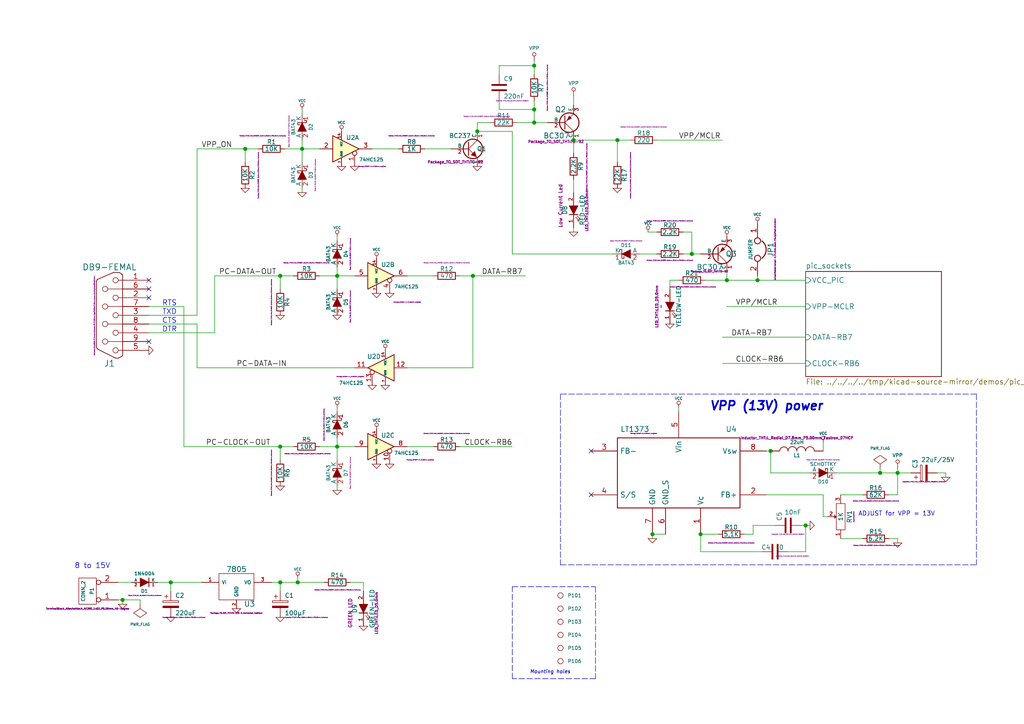
<source format=kicad_sch>
(kicad_sch (version 20230121) (generator eeschema)
  (paper "A4")
  (title_block (title "JDM - COM84 PIC Programmer with 13V DC/DC converter") (date "05 jan 2014") (rev "2") (company "KiCad"))
  (lib_symbols
    (symbol "pic_programmer_schlib:74LS125" (pin_names (offset 0.254))
      (property "Reference" "U" (at 5.08 3.81 0))
      (property "Value" "74LS125" (at 7.62 -2.54 0))
      (symbol "74LS125_0_0"
        (pin power_in line (at -1.27 5.08 270) (length 2.54) (name "VCC") (number "14"))
        (pin power_in line (at -1.27 -5.08 90) (length 2.54) (name "GND") (number "7"))
      )
      (symbol "74LS125_1_0"
        (pin input inverted (at 2.54 -5.08 90) (length 4.445) (name "~") (number "1"))
        (pin input line (at -7.62 0 0) (length 3.81) (name "~") (number "2"))
        (pin tri_state line (at 7.62 0 180) (length 3.81) (name "~") (number "3"))
      )
      (symbol "74LS125_2_0"
        (pin input inverted (at 2.54 -5.08 90) (length 4.445) (name "~") (number "4"))
        (pin input line (at -7.62 0 0) (length 3.81) (name "~") (number "5"))
        (pin tri_state line (at 7.62 0 180) (length 3.81) (name "~") (number "6"))
      )
      (symbol "74LS125_3_0"
        (pin input inverted (at 2.54 -5.08 90) (length 4.445) (name "~") (number "10"))
        (pin tri_state line (at 7.62 0 180) (length 3.81) (name "~") (number "8"))
        (pin input line (at -7.62 0 0) (length 3.81) (name "~") (number "9"))
      )
      (symbol "74LS125_4_0"
        (pin tri_state line (at 7.62 0 180) (length 3.81) (name "~") (number "11"))
        (pin input line (at -7.62 0 0) (length 3.81) (name "~") (number "12"))
        (pin input inverted (at 2.54 -5.08 90) (length 4.445) (name "~") (number "13"))
      )
    )
    (symbol "pic_programmer_schlib:7805" (pin_names (offset 0.762))
      (property "Reference" "U" (at 3.81 -4.9784 0))
      (property "Value" "7805" (at 0 5.08 0))
      (symbol "7805_1_1"
        (pin input line (at -10.16 1.27 0) (length 5.08) (name "VI") (number "1"))
        (pin input line (at 0 -6.35 90) (length 2.54) (name "GND") (number "2"))
        (pin power_out line (at 10.16 1.27 180) (length 5.08) (name "VO") (number "3"))
      )
    )
    (symbol "pic_programmer_schlib:BC237" (pin_names (offset 0))
      (property "Reference" "Q" (at 0 -3.81 0))
      (property "Value" "BC237" (at 0 3.81 0))
      (property "Footprint" "Package_TO_SOT_THT:TO-92" (at -2.54 -5.08 0))
      (symbol "BC237_1_1"
        (pin passive line (at 2.54 5.08 270) (length 2.54) (name "C") (number "1"))
        (pin input line (at -5.08 0 0) (length 5.08) (name "B") (number "2"))
        (pin passive line (at 2.54 -5.08 90) (length 2.54) (name "E") (number "3"))
      )
    )
    (symbol "pic_programmer_schlib:BC307" (pin_names (offset 0))
      (property "Reference" "Q" (at -1.27 -3.81 0))
      (property "Value" "BC307" (at 0 3.81 0))
      (property "Footprint" "Package_TO_SOT_THT:TO-92" (at -2.54 -5.08 0))
      (symbol "BC307_1_1"
        (pin passive line (at 2.54 5.08 270) (length 2.54) (name "C") (number "1"))
        (pin input line (at -5.08 0 0) (length 5.08) (name "B") (number "2"))
        (pin passive line (at 2.54 -5.08 90) (length 2.54) (name "E") (number "3"))
      )
    )
    (symbol "pic_programmer_schlib:C" (pin_numbers hide) (pin_names (offset 0.254))
      (property "Reference" "C" (at 0.635 2.54 0))
      (property "Value" "C" (at 0.635 -2.54 0))
      (symbol "C_1_1"
        (pin passive line (at 0 3.81 270) (length 2.794) (name "~") (number "1"))
        (pin passive line (at 0 -3.81 90) (length 2.794) (name "~") (number "2"))
      )
    )
    (symbol "pic_programmer_schlib:CONN_2" (pin_names (offset 1.016) hide)
      (property "Reference" "P" (at -1.27 0 90))
      (property "Value" "CONN_2" (at 1.27 0 90))
      (symbol "CONN_2_1_1"
        (pin passive inverted (at -8.89 2.54 0) (length 6.35) (name "P1") (number "1"))
        (pin passive inverted (at -8.89 -2.54 0) (length 6.35) (name "PM") (number "2"))
      )
    )
    (symbol "pic_programmer_schlib:CP" (pin_numbers hide) (pin_names (offset 0.254))
      (property "Reference" "C" (at 0.635 2.54 0))
      (property "Value" "CP" (at 0.635 -2.54 0))
      (symbol "CP_1_1"
        (pin passive line (at 0 3.81 270) (length 2.794) (name "~") (number "1"))
        (pin passive line (at 0 -3.81 90) (length 2.794) (name "~") (number "2"))
      )
    )
    (symbol "pic_programmer_schlib:CP_1" (pin_numbers hide) (pin_names (offset 0.254))
      (property "Reference" "C" (at 0.635 2.54 0))
      (property "Value" "CP" (at 0.635 -2.54 0))
      (symbol "CP_1_1_1"
        (pin passive line (at 0 3.81 270) (length 2.794) (name "~") (number "1"))
        (pin passive line (at 0 -3.81 90) (length 2.794) (name "~") (number "2"))
      )
    )
    (symbol "pic_programmer_schlib:CP_2" (pin_numbers hide) (pin_names (offset 0.254))
      (property "Reference" "C" (at 0.635 2.54 0))
      (property "Value" "CP" (at 0.635 -2.54 0))
      (symbol "CP_2_1_1"
        (pin passive line (at 0 3.81 270) (length 2.794) (name "~") (number "1"))
        (pin passive line (at 0 -3.81 90) (length 2.794) (name "~") (number "2"))
      )
    )
    (symbol "pic_programmer_schlib:D" (pin_names (offset 0))
      (property "Reference" "D" (at 0 2.54 0))
      (property "Value" "D" (at 0 -2.54 0))
      (symbol "D_1_1"
        (pin passive line (at -3.81 0 0) (length 2.54) (name "K") (number "1"))
        (pin passive line (at 3.81 0 180) (length 2.54) (name "A") (number "2"))
      )
    )
    (symbol "pic_programmer_schlib:DB9" (pin_names (offset 1.016) hide)
      (property "Reference" "J" (at 0 13.97 0))
      (property "Value" "DB9" (at 0 -13.97 0))
      (symbol "DB9_1_1"
        (pin passive line (at -11.43 -10.16 0) (length 7.62) (name "1") (number "1"))
        (pin passive line (at -11.43 -5.08 0) (length 7.62) (name "2") (number "2"))
        (pin passive line (at -11.43 0 0) (length 7.62) (name "3") (number "3"))
        (pin passive line (at -11.43 5.08 0) (length 7.62) (name "4") (number "4"))
        (pin passive line (at -11.43 10.16 0) (length 7.62) (name "5") (number "5"))
        (pin passive line (at -11.43 -7.62 0) (length 7.62) (name "P6") (number "6"))
        (pin passive line (at -11.43 -2.54 0) (length 7.62) (name "P7") (number "7"))
        (pin passive line (at -11.43 2.54 0) (length 7.62) (name "P8") (number "8"))
        (pin passive line (at -11.43 7.62 0) (length 7.62) (name "P9") (number "9"))
      )
    )
    (symbol "pic_programmer_schlib:D_Schottky" (pin_names (offset 0))
      (property "Reference" "D" (at 0 2.54 0))
      (property "Value" "D_Schottky" (at 0 -2.54 0))
      (symbol "D_Schottky_1_1"
        (pin passive line (at -3.81 0 0) (length 2.54) (name "K") (number "1"))
        (pin passive line (at 3.81 0 180) (length 2.54) (name "A") (number "2"))
      )
    )
    (symbol "pic_programmer_schlib:GND" (power) (pin_names (offset 0))
      (symbol "GND_1_1"
        (pin power_in line (at 0 0 90) (length 0) hide (name "GND") (number "1"))
      )
    )
    (symbol "pic_programmer_schlib:INDUCTOR" (pin_numbers hide) (pin_names (offset 1.016) hide)
      (property "Reference" "L" (at -1.27 0 90))
      (property "Value" "INDUCTOR" (at 2.54 0 90))
      (symbol "INDUCTOR_1_1"
        (pin passive line (at 0 7.62 270) (length 2.54) (name "1") (number "1"))
        (pin passive line (at 0 -7.62 90) (length 2.54) (name "2") (number "2"))
      )
    )
    (symbol "pic_programmer_schlib:JUMPER" (pin_names (offset 0.762) hide)
      (property "Reference" "JP" (at 0 3.81 0))
      (property "Value" "JUMPER" (at 0 -2.032 0))
      (symbol "JUMPER_0_1"
        (pin passive line (at -7.62 0 0) (length 4.191) (name "1") (number "1"))
        (pin passive line (at 7.62 0 180) (length 4.191) (name "2") (number "2"))
      )
    )
    (symbol "pic_programmer_schlib:LED" (pin_names (offset 1.016) hide)
      (property "Reference" "D" (at 0 2.54 0))
      (property "Value" "LED" (at 0 -2.54 0))
      (symbol "LED_1_1"
        (pin passive line (at -5.08 0 0) (length 3.81) (name "K") (number "1"))
        (pin passive line (at 5.08 0 180) (length 3.81) (name "A") (number "2"))
      )
    )
    (symbol "pic_programmer_schlib:LED_1" (pin_names (offset 1.016) hide)
      (property "Reference" "D" (at 0 2.54 0))
      (property "Value" "LED" (at 0 -2.54 0))
      (symbol "LED_1_1_1"
        (pin passive line (at -5.08 0 0) (length 3.81) (name "K") (number "1"))
        (pin passive line (at 5.08 0 180) (length 3.81) (name "A") (number "2"))
      )
    )
    (symbol "pic_programmer_schlib:LED_2" (pin_names (offset 1.016) hide)
      (property "Reference" "D" (at 0 2.54 0))
      (property "Value" "LED" (at 0 -2.54 0))
      (symbol "LED_2_1_1"
        (pin passive line (at -5.08 0 0) (length 3.81) (name "K") (number "1"))
        (pin passive line (at 5.08 0 180) (length 3.81) (name "A") (number "2"))
      )
    )
    (symbol "pic_programmer_schlib:LT1373" (pin_names (offset 0.762))
      (property "Reference" "U" (at 15.24 12.7 0))
      (property "Value" "LT1373" (at -12.7 12.7 0))
      (symbol "LT1373_1_1"
        (pin input line (at 6.35 -17.78 90) (length 7.62) (name "Vc") (number "1"))
        (pin input line (at 25.4 -6.35 180) (length 7.62) (name "FB+") (number "2"))
        (pin passive line (at -25.4 6.35 0) (length 7.62) (name "FB-") (number "3"))
        (pin passive line (at -25.4 -6.35 0) (length 7.62) (name "S/S") (number "4"))
        (pin power_in line (at 0 17.78 270) (length 7.62) (name "Vin") (number "5"))
        (pin input line (at -3.81 -17.78 90) (length 7.62) (name "GND_S") (number "6"))
        (pin input line (at -7.62 -17.78 90) (length 7.62) (name "GND") (number "7"))
        (pin input line (at 25.4 6.35 180) (length 7.62) (name "Vsw") (number "8"))
      )
    )
    (symbol "pic_programmer_schlib:MOUNTING_HOLE" (pin_numbers hide) (pin_names (offset 0.762) hide)
      (property "Reference" "P" (at 2.032 0 0))
    )
    (symbol "pic_programmer_schlib:POT" (pin_names (offset 1.016) hide)
      (property "Reference" "RV" (at 0 -2.54 0))
      (property "Value" "POT" (at 0 0 0))
      (symbol "POT_1_1"
        (pin passive line (at -6.35 0 0) (length 2.54) (name "1") (number "1"))
        (pin passive line (at 0 3.81 270) (length 2.032) (name "2") (number "2"))
        (pin passive line (at 6.35 0 180) (length 2.54) (name "3") (number "3"))
      )
    )
    (symbol "pic_programmer_schlib:PWR_FLAG" (power) (pin_numbers hide) (pin_names (offset 0) hide)
      (property "Value" "PWR_FLAG" (at 0 4.572 0))
      (symbol "PWR_FLAG_0_0"
        (pin power_out line (at 0 0 90) (length 0) (name "pwr") (number "1"))
      )
    )
    (symbol "pic_programmer_schlib:R" (pin_numbers hide) (pin_names (offset 0))
      (property "Reference" "R" (at 2.032 0 90))
      (property "Value" "R" (at 0 0 90))
      (symbol "R_1_1"
        (pin passive line (at 0 3.81 270) (length 1.27) (name "~") (number "1"))
        (pin passive line (at 0 -3.81 90) (length 1.27) (name "~") (number "2"))
      )
    )
    (symbol "pic_programmer_schlib:VCC" (power) (pin_names (offset 0))
      (property "Value" "VCC" (at 0 2.54 0))
      (symbol "VCC_0_0"
        (pin power_in line (at 0 0 90) (length 0) hide (name "VCC") (number "1"))
      )
    )
    (symbol "pic_programmer_schlib:VPP" (pin_names (offset 0))
      (property "Value" "VPP" (at 0 3.81 0))
      (symbol "VPP_0_0"
        (pin power_in line (at 0 0 90) (length 0) hide (name "VPP") (number "1"))
      )
    )
  )
  (junction (at 154.94 19.05) (diameter 1.016))
  (junction (at 189.23 154.94) (diameter 1.016))
  (junction (at 97.79 80.01) (diameter 1.016))
  (junction (at 223.52 130.81) (diameter 1.016))
  (junction (at 166.37 40.64) (diameter 1.016))
  (junction (at 179.07 40.64) (diameter 1.016))
  (junction (at 86.36 168.91) (diameter 1.016))
  (junction (at 97.79 129.54) (diameter 1.016))
  (junction (at 154.94 31.75) (diameter 1.016))
  (junction (at 137.16 80.01) (diameter 1.016))
  (junction (at 200.66 73.66) (diameter 1.016))
  (junction (at 233.68 152.4) (diameter 1.016))
  (junction (at 203.2 154.94) (diameter 1.016))
  (junction (at 154.94 35.56) (diameter 1.016))
  (junction (at 49.53 168.91) (diameter 1.016))
  (junction (at 219.71 81.28) (diameter 1.016))
  (junction (at 81.28 168.91) (diameter 1.016))
  (junction (at 260.35 137.16) (diameter 1.016))
  (junction (at 71.12 43.18) (diameter 1.016))
  (junction (at 81.28 80.01) (diameter 1.016))
  (junction (at 81.28 129.54) (diameter 1.016))
  (junction (at 35.56 173.99) (diameter 1.016))
  (junction (at 138.43 38.1) (diameter 1.016))
  (junction (at 87.63 43.18) (diameter 1.016))
  (junction (at 210.82 81.28) (diameter 1.016))
  (junction (at 255.27 137.16) (diameter 1.016))
  (no_connect (at 171.45 130.81))
  (no_connect (at 43.18 81.28))
  (no_connect (at 43.18 86.36))
  (no_connect (at 43.18 99.06))
  (no_connect (at 43.18 83.82))
  (no_connect (at 171.45 143.51))
  (wire (pts (xy 87.63 43.18) (xy 87.63 46.99)))
  (wire (pts (xy 97.79 129.54) (xy 102.87 129.54)))
  (wire (pts (xy 102.87 106.68) (xy 57.15 106.68)))
  (wire (pts (xy 250.19 156.21) (xy 243.84 156.21)))
  (wire (pts (xy 105.41 168.91) (xy 101.6 168.91)))
  (wire (pts (xy 57.15 106.68) (xy 57.15 93.98)))
  (wire (pts (xy 250.19 143.51) (xy 243.84 143.51)))
  (wire (pts (xy 38.1 168.91) (xy 34.29 168.91)))
  (wire (pts (xy 234.95 137.16) (xy 223.52 137.16)))
  (polyline (pts (xy 172.72 170.18) (xy 172.72 196.85)) (stroke (width 0) (type dash)))
  (wire (pts (xy 166.37 66.04) (xy 166.37 67.31)))
  (wire (pts (xy 133.35 80.01) (xy 137.16 80.01)))
  (wire (pts (xy 260.35 137.16) (xy 260.35 143.51)))
  (wire (pts (xy 208.28 154.94) (xy 203.2 154.94)))
  (wire (pts (xy 138.43 35.56) (xy 142.24 35.56)))
  (wire (pts (xy 255.27 137.16) (xy 260.35 137.16)))
  (wire (pts (xy 260.35 156.21) (xy 260.35 157.48)))
  (wire (pts (xy 200.66 73.66) (xy 200.66 67.31)))
  (wire (pts (xy 92.71 129.54) (xy 97.79 129.54)))
  (wire (pts (xy 200.66 67.31) (xy 198.12 67.31)))
  (wire (pts (xy 130.81 43.18) (xy 123.19 43.18)))
  (wire (pts (xy 97.79 68.58) (xy 97.79 69.85)))
  (wire (pts (xy 86.36 168.91) (xy 86.36 167.64)))
  (wire (pts (xy 35.56 173.99) (xy 40.64 173.99)))
  (wire (pts (xy 274.32 137.16) (xy 274.32 138.43)))
  (wire (pts (xy 179.07 46.99) (xy 179.07 40.64)))
  (wire (pts (xy 232.41 152.4) (xy 233.68 152.4)))
  (wire (pts (xy 271.78 137.16) (xy 274.32 137.16)))
  (wire (pts (xy 189.23 154.94) (xy 193.04 154.94)))
  (wire (pts (xy 198.12 73.66) (xy 200.66 73.66)))
  (wire (pts (xy 43.18 93.98) (xy 57.15 93.98)))
  (wire (pts (xy 138.43 35.56) (xy 138.43 38.1)))
  (wire (pts (xy 144.78 19.05) (xy 154.94 19.05)))
  (wire (pts (xy 57.15 91.44) (xy 43.18 91.44)))
  (polyline (pts (xy 148.59 170.18) (xy 172.72 170.18)) (stroke (width 0) (type dash)))
  (wire (pts (xy 233.68 152.4) (xy 234.95 152.4)))
  (polyline (pts (xy 162.56 114.3) (xy 162.56 163.83)) (stroke (width 0) (type dash)))
  (wire (pts (xy 81.28 80.01) (xy 85.09 80.01)))
  (wire (pts (xy 138.43 38.1) (xy 148.59 38.1)))
  (wire (pts (xy 148.59 73.66) (xy 177.8 73.66)))
  (wire (pts (xy 35.56 175.26) (xy 35.56 173.99)))
  (wire (pts (xy 137.16 80.01) (xy 152.4 80.01)))
  (wire (pts (xy 81.28 168.91) (xy 86.36 168.91)))
  (wire (pts (xy 238.76 149.86) (xy 238.76 143.51)))
  (polyline (pts (xy 283.21 114.3) (xy 162.56 114.3)) (stroke (width 0) (type dash)))
  (wire (pts (xy 118.11 80.01) (xy 125.73 80.01)))
  (wire (pts (xy 204.47 81.28) (xy 210.82 81.28)))
  (wire (pts (xy 49.53 171.45) (xy 49.53 168.91)))
  (wire (pts (xy 210.82 81.28) (xy 210.82 78.74)))
  (wire (pts (xy 53.34 129.54) (xy 81.28 129.54)))
  (wire (pts (xy 78.74 168.91) (xy 81.28 168.91)))
  (polyline (pts (xy 172.72 196.85) (xy 148.59 196.85)) (stroke (width 0) (type dash)))
  (wire (pts (xy 190.5 40.64) (xy 209.55 40.64)))
  (wire (pts (xy 154.94 29.21) (xy 154.94 31.75)))
  (wire (pts (xy 148.59 38.1) (xy 148.59 73.66)))
  (wire (pts (xy 210.82 81.28) (xy 219.71 81.28)))
  (wire (pts (xy 87.63 54.61) (xy 87.63 55.88)))
  (wire (pts (xy 187.96 67.31) (xy 190.5 67.31)))
  (wire (pts (xy 240.03 149.86) (xy 238.76 149.86)))
  (wire (pts (xy 194.31 83.82) (xy 194.31 81.28)))
  (wire (pts (xy 189.23 156.21) (xy 189.23 154.94)))
  (wire (pts (xy 115.57 43.18) (xy 107.95 43.18)))
  (wire (pts (xy 238.76 128.27) (xy 238.76 130.81)))
  (wire (pts (xy 34.29 173.99) (xy 35.56 173.99)))
  (wire (pts (xy 228.6 160.02) (xy 233.68 160.02)))
  (wire (pts (xy 71.12 43.18) (xy 74.93 43.18)))
  (wire (pts (xy 260.35 137.16) (xy 264.16 137.16)))
  (wire (pts (xy 203.2 160.02) (xy 220.98 160.02)))
  (wire (pts (xy 166.37 30.48) (xy 166.37 27.94)))
  (wire (pts (xy 86.36 168.91) (xy 93.98 168.91)))
  (wire (pts (xy 219.71 81.28) (xy 233.68 81.28)))
  (wire (pts (xy 97.79 77.47) (xy 97.79 80.01)))
  (wire (pts (xy 57.15 43.18) (xy 71.12 43.18)))
  (wire (pts (xy 260.35 156.21) (xy 257.81 156.21)))
  (polyline (pts (xy 162.56 163.83) (xy 283.21 163.83)) (stroke (width 0) (type dash)))
  (wire (pts (xy 233.68 160.02) (xy 233.68 152.4)))
  (wire (pts (xy 62.23 96.52) (xy 62.23 80.01)))
  (wire (pts (xy 53.34 88.9) (xy 43.18 88.9)))
  (wire (pts (xy 62.23 96.52) (xy 43.18 96.52)))
  (wire (pts (xy 210.82 88.9) (xy 233.68 88.9)))
  (wire (pts (xy 154.94 31.75) (xy 154.94 35.56)))
  (wire (pts (xy 149.86 35.56) (xy 154.94 35.56)))
  (wire (pts (xy 87.63 33.02) (xy 87.63 31.75)))
  (wire (pts (xy 137.16 106.68) (xy 137.16 80.01)))
  (wire (pts (xy 218.44 152.4) (xy 218.44 154.94)))
  (wire (pts (xy 144.78 19.05) (xy 144.78 21.59)))
  (wire (pts (xy 57.15 43.18) (xy 57.15 91.44)))
  (wire (pts (xy 200.66 73.66) (xy 203.2 73.66)))
  (wire (pts (xy 144.78 31.75) (xy 154.94 31.75)))
  (wire (pts (xy 45.72 168.91) (xy 49.53 168.91)))
  (wire (pts (xy 219.71 81.28) (xy 219.71 80.01)))
  (wire (pts (xy 223.52 137.16) (xy 223.52 130.81)))
  (wire (pts (xy 81.28 129.54) (xy 85.09 129.54)))
  (wire (pts (xy 148.59 129.54) (xy 133.35 129.54)))
  (wire (pts (xy 97.79 80.01) (xy 97.79 83.82)))
  (wire (pts (xy 97.79 80.01) (xy 102.87 80.01)))
  (wire (pts (xy 154.94 17.78) (xy 154.94 19.05)))
  (wire (pts (xy 166.37 40.64) (xy 179.07 40.64)))
  (wire (pts (xy 203.2 154.94) (xy 203.2 160.02)))
  (wire (pts (xy 87.63 43.18) (xy 92.71 43.18)))
  (wire (pts (xy 260.35 143.51) (xy 257.81 143.51)))
  (wire (pts (xy 194.31 81.28) (xy 196.85 81.28)))
  (wire (pts (xy 166.37 40.64) (xy 166.37 44.45)))
  (wire (pts (xy 179.07 40.64) (xy 182.88 40.64)))
  (polyline (pts (xy 283.21 114.3) (xy 283.21 163.83)) (stroke (width 0) (type dash)))
  (wire (pts (xy 105.41 171.45) (xy 105.41 168.91)))
  (wire (pts (xy 81.28 133.35) (xy 81.28 129.54)))
  (wire (pts (xy 260.35 135.89) (xy 260.35 137.16)))
  (wire (pts (xy 53.34 129.54) (xy 53.34 88.9)))
  (wire (pts (xy 81.28 83.82) (xy 81.28 80.01)))
  (wire (pts (xy 154.94 35.56) (xy 158.75 35.56)))
  (wire (pts (xy 62.23 80.01) (xy 81.28 80.01)))
  (wire (pts (xy 87.63 40.64) (xy 87.63 43.18)))
  (wire (pts (xy 190.5 73.66) (xy 185.42 73.66)))
  (wire (pts (xy 81.28 168.91) (xy 81.28 171.45)))
  (wire (pts (xy 224.79 152.4) (xy 218.44 152.4)))
  (wire (pts (xy 255.27 135.89) (xy 255.27 137.16)))
  (wire (pts (xy 97.79 142.24) (xy 97.79 140.97)))
  (wire (pts (xy 233.68 97.79) (xy 209.55 97.79)))
  (wire (pts (xy 144.78 29.21) (xy 144.78 31.75)))
  (wire (pts (xy 118.11 106.68) (xy 137.16 106.68)))
  (wire (pts (xy 92.71 80.01) (xy 97.79 80.01)))
  (wire (pts (xy 82.55 43.18) (xy 87.63 43.18)))
  (wire (pts (xy 218.44 154.94) (xy 215.9 154.94)))
  (wire (pts (xy 166.37 52.07) (xy 166.37 55.88)))
  (wire (pts (xy 40.64 173.99) (xy 40.64 175.26)))
  (wire (pts (xy 125.73 129.54) (xy 118.11 129.54)))
  (wire (pts (xy 97.79 119.38) (xy 97.79 118.11)))
  (wire (pts (xy 97.79 129.54) (xy 97.79 133.35)))
  (wire (pts (xy 97.79 127) (xy 97.79 129.54)))
  (wire (pts (xy 196.85 119.38) (xy 196.85 118.11)))
  (wire (pts (xy 233.68 105.41) (xy 209.55 105.41)))
  (wire (pts (xy 242.57 137.16) (xy 255.27 137.16)))
  (wire (pts (xy 154.94 19.05) (xy 154.94 21.59)))
  (wire (pts (xy 223.52 130.81) (xy 222.25 130.81)))
  (wire (pts (xy 49.53 168.91) (xy 58.42 168.91)))
  (polyline (pts (xy 148.59 196.85) (xy 148.59 170.18)) (stroke (width 0) (type dash)))
  (wire (pts (xy 71.12 46.99) (xy 71.12 43.18)))
  (wire (pts (xy 238.76 143.51) (xy 222.25 143.51)))
  (text "ADJUST for VPP = 13V" (at 248.92 149.86 0) (effects (font (size 1.27 1.27)) (justify left bottom)))
  (text "8 to 15V" (at 21.59 165.1 0) (effects (font (size 1.524 1.524)) (justify left bottom)))
  (text "VPP (13V) power" (at 205.74 119.38 0) (effects (font (size 2.54 2.54) (thickness 0.508) bold italic) (justify left bottom)))
  (text "RTS" (at 46.99 88.9 0) (effects (font (size 1.524 1.524)) (justify left bottom)))
  (text "TXD" (at 46.99 91.44 0) (effects (font (size 1.524 1.524)) (justify left bottom)))
  (text "CTS" (at 46.99 93.98 0) (effects (font (size 1.524 1.524)) (justify left bottom)))
  (text "DTR" (at 46.99 96.52 0) (effects (font (size 1.524 1.524)) (justify left bottom)))
  (text "Mounting holes" (at 153.67 195.58 0) (effects (font (size 1.016 1.016) italic) (justify left bottom)))
  (label "DATA-RB7" (at 139.7 80.01 0) (effects (font (size 1.524 1.524))))
  (label "CLOCK-RB6" (at 134.62 129.54 0) (effects (font (size 1.524 1.524))))
  (label "PC-DATA-IN" (at 68.58 106.68 0) (effects (font (size 1.524 1.524))))
  (label "CLOCK-RB6" (at 213.36 105.41 0) (effects (font (size 1.524 1.524))))
  (label "PC-DATA-OUT" (at 63.5 80.01 0) (effects (font (size 1.524 1.524))))
  (label "VPP/MCLR" (at 196.85 40.64 0) (effects (font (size 1.524 1.524))))
  (label "VPP_ON" (at 58.42 43.18 0) (effects (font (size 1.524 1.524))))
  (label "PC-CLOCK-OUT" (at 59.69 129.54 0) (effects (font (size 1.524 1.524))))
  (label "VPP/MCLR" (at 213.36 88.9 0) (effects (font (size 1.524 1.524))))
  (label "DATA-RB7" (at 212.09 97.79 0) (effects (font (size 1.524 1.524))))
  (symbol (lib_id "pic_programmer_schlib:DB9") (at 31.75 91.44 180) (unit 1)
    (property "Reference" "J1" (at 31.75 105.41 0) (effects (font (size 1.778 1.778))))
    (property "Value" "DB9-FEMAL" (at 31.75 77.47 0) (effects (font (size 1.778 1.778))))
    (property "Footprint" "Connector_Dsub:DSUB-9_Female_Horizontal_P2.77x2.84mm_EdgePinOffset7.70mm_Housed_MountingHolesOffset9.12mm" (at 27.3812 91.5416 90) (effects (font (size 0.254 0.254))))
  )
  (symbol (lib_id "pic_programmer_schlib:74LS125") (at 100.33 43.18 0) (unit 1)
    (property "Reference" "U2" (at 100.33 40.64 0) (effects (justify left bottom)))
    (property "Value" "74HC125" (at 104.14 45.72 0) (effects (font (size 1.016 1.016)) (justify left top)))
    (property "Footprint" "Package_DIP:DIP-14_W7.62mm_LongPads" (at 107.95 48.26 0) (effects (font (size 0.254 0.254))))
  )
  (symbol (lib_id "pic_programmer_schlib:R") (at 78.74 43.18 90) (unit 1)
    (property "Reference" "R1" (at 78.74 41.148 90))
    (property "Value" "10K" (at 78.74 43.18 90))
    (property "Footprint" "Resistor_THT:R_Axial_DIN0207_L6.3mm_D2.5mm_P10.16mm_Horizontal" (at 76.2 39.37 90) (effects (font (size 0.254 0.254))))
  )
  (symbol (lib_id "pic_programmer_schlib:R") (at 71.12 50.8 0) (unit 1)
    (property "Reference" "R2" (at 73.152 50.8 90))
    (property "Value" "10K" (at 71.12 50.8 90))
    (property "Footprint" "Resistor_THT:R_Axial_DIN0207_L6.3mm_D2.5mm_P10.16mm_Horizontal" (at 74.93 50.8 90) (effects (font (size 0.254 0.254))))
  )
  (symbol (lib_id "pic_programmer_schlib:D_Schottky") (at 87.63 36.83 270) (unit 1)
    (property "Reference" "D2" (at 90.17 36.83 0) (effects (font (size 1.016 1.016))))
    (property "Value" "BAT43" (at 85.09 36.83 0) (effects (font (size 1.016 1.016))))
    (property "Footprint" "Diode_THT:D_DO-35_SOD27_P7.62mm_Horizontal" (at 83.82 38.1 0) (effects (font (size 0.254 0.254))))
  )
  (symbol (lib_id "pic_programmer_schlib:D_Schottky") (at 87.63 50.8 270) (unit 1)
    (property "Reference" "D3" (at 90.17 50.8 0) (effects (font (size 1.016 1.016))))
    (property "Value" "BAT43" (at 85.09 50.8 0) (effects (font (size 1.016 1.016))))
    (property "Footprint" "Diode_THT:D_DO-35_SOD27_P7.62mm_Horizontal" (at 91.44 50.8 0) (effects (font (size 0.254 0.254))))
  )
  (symbol (lib_id "pic_programmer_schlib:GND") (at 102.87 48.26 0) (unit 1)
    (property "Reference" "#PWR035" (effects hide))
    (property "Value" "GND" (effects hide))
  )
  (symbol (lib_id "pic_programmer_schlib:GND") (at 87.63 55.88 0) (unit 1)
    (property "Reference" "#PWR034" (effects hide))
    (property "Value" "GND" (effects hide))
  )
  (symbol (lib_id "pic_programmer_schlib:VCC") (at 87.63 31.75 0) (unit 1)
    (property "Reference" "#PWR033" (effects hide))
    (property "Value" "VCC" (at 87.63 29.21 0) (effects (font (size 0.762 0.762))))
  )
  (symbol (lib_id "pic_programmer_schlib:74LS125") (at 110.49 80.01 0) (unit 2)
    (property "Reference" "U2" (at 110.49 77.47 0) (effects (justify left bottom)))
    (property "Value" "74HC125" (at 114.3 82.55 0) (effects (font (size 1.016 1.016)) (justify left top)))
    (property "Footprint" "Package_DIP:DIP-14_W7.62mm_LongPads" (at 118.11 87.63 0) (effects (font (size 0.254 0.254))))
  )
  (symbol (lib_id "pic_programmer_schlib:R") (at 88.9 80.01 90) (unit 1)
    (property "Reference" "R3" (at 88.9 77.978 90))
    (property "Value" "10K" (at 88.9 80.01 90))
    (property "Footprint" "Resistor_THT:R_Axial_DIN0207_L6.3mm_D2.5mm_P10.16mm_Horizontal" (at 88.9 76.2 90) (effects (font (size 0.254 0.254))))
  )
  (symbol (lib_id "pic_programmer_schlib:R") (at 81.28 87.63 0) (unit 1)
    (property "Reference" "R4" (at 83.312 87.63 90))
    (property "Value" "10K" (at 81.28 87.63 90))
    (property "Footprint" "Resistor_THT:R_Axial_DIN0207_L6.3mm_D2.5mm_P10.16mm_Horizontal" (at 78.74 87.63 90) (effects (font (size 0.254 0.254))))
  )
  (symbol (lib_id "pic_programmer_schlib:D_Schottky") (at 97.79 73.66 270) (unit 1)
    (property "Reference" "D4" (at 100.33 73.66 0) (effects (font (size 1.016 1.016))))
    (property "Value" "BAT43" (at 95.25 73.66 0) (effects (font (size 1.016 1.016))))
    (property "Footprint" "Diode_THT:D_DO-35_SOD27_P7.62mm_Horizontal" (at 101.6 73.66 0) (effects (font (size 0.254 0.254))))
  )
  (symbol (lib_id "pic_programmer_schlib:D_Schottky") (at 97.79 87.63 270) (unit 1)
    (property "Reference" "D5" (at 100.33 87.63 0) (effects (font (size 1.016 1.016))))
    (property "Value" "BAT43" (at 95.25 87.63 0) (effects (font (size 1.016 1.016))))
    (property "Footprint" "Diode_THT:D_DO-35_SOD27_P7.62mm_Horizontal" (at 101.6 88.9 0) (effects (font (size 0.254 0.254))))
  )
  (symbol (lib_id "pic_programmer_schlib:GND") (at 113.03 85.09 0) (unit 1)
    (property "Reference" "#PWR032" (effects hide))
    (property "Value" "GND" (effects hide))
  )
  (symbol (lib_id "pic_programmer_schlib:GND") (at 97.79 91.44 0) (unit 1)
    (property "Reference" "#PWR031" (effects hide))
    (property "Value" "GND" (effects hide))
  )
  (symbol (lib_id "pic_programmer_schlib:VCC") (at 97.79 68.58 0) (unit 1)
    (property "Reference" "#PWR030" (effects hide))
    (property "Value" "VCC" (at 97.79 66.04 0) (effects (font (size 0.762 0.762))))
  )
  (symbol (lib_id "pic_programmer_schlib:74LS125") (at 110.49 129.54 0) (unit 3)
    (property "Reference" "U2" (at 110.49 127 0) (effects (justify left bottom)))
    (property "Value" "74HC125" (at 114.3 130.81 0) (effects (font (size 1.016 1.016)) (justify left top)))
    (property "Footprint" "Package_DIP:DIP-14_W7.62mm_LongPads" (at 121.92 133.35 0) (effects (font (size 0.254 0.254))))
  )
  (symbol (lib_id "pic_programmer_schlib:R") (at 88.9 129.54 90) (unit 1)
    (property "Reference" "R5" (at 88.9 127.508 90))
    (property "Value" "10K" (at 88.9 129.54 90))
    (property "Footprint" "Resistor_THT:R_Axial_DIN0207_L6.3mm_D2.5mm_P10.16mm_Horizontal" (at 89.2048 131.572 90) (effects (font (size 0.254 0.254))))
  )
  (symbol (lib_id "pic_programmer_schlib:R") (at 81.28 137.16 0) (unit 1)
    (property "Reference" "R6" (at 83.312 137.16 90))
    (property "Value" "10K" (at 81.28 137.16 90))
    (property "Footprint" "Resistor_THT:R_Axial_DIN0207_L6.3mm_D2.5mm_P10.16mm_Horizontal" (at 78.74 137.16 90) (effects (font (size 0.254 0.254))))
  )
  (symbol (lib_id "pic_programmer_schlib:D_Schottky") (at 97.79 123.19 270) (unit 1)
    (property "Reference" "D6" (at 100.33 123.19 0) (effects (font (size 1.016 1.016))))
    (property "Value" "BAT43" (at 95.25 123.19 0) (effects (font (size 1.016 1.016))))
    (property "Footprint" "Diode_THT:D_DO-35_SOD27_P7.62mm_Horizontal" (at 93.98 123.19 0) (effects (font (size 0.254 0.254))))
  )
  (symbol (lib_id "pic_programmer_schlib:D_Schottky") (at 97.79 137.16 270) (unit 1)
    (property "Reference" "D7" (at 100.33 137.16 0) (effects (font (size 1.016 1.016))))
    (property "Value" "BAT43" (at 95.25 137.16 0) (effects (font (size 1.016 1.016))))
    (property "Footprint" "Diode_THT:D_DO-35_SOD27_P7.62mm_Horizontal" (at 101.6 137.16 0) (effects (font (size 0.254 0.254))))
  )
  (symbol (lib_id "pic_programmer_schlib:GND") (at 113.03 134.62 0) (unit 1)
    (property "Reference" "#PWR029" (effects hide))
    (property "Value" "GND" (effects hide))
  )
  (symbol (lib_id "pic_programmer_schlib:GND") (at 97.79 142.24 0) (unit 1)
    (property "Reference" "#PWR028" (effects hide))
    (property "Value" "GND" (effects hide))
  )
  (symbol (lib_id "pic_programmer_schlib:VCC") (at 97.79 118.11 0) (unit 1)
    (property "Reference" "#PWR027" (effects hide))
    (property "Value" "VCC" (at 97.79 115.57 0) (effects (font (size 0.762 0.762))))
  )
  (symbol (lib_id "pic_programmer_schlib:74LS125") (at 110.49 106.68 0) (mirror y) (unit 4)
    (property "Reference" "U2" (at 110.49 104.14 0) (effects (justify left bottom)))
    (property "Value" "74HC125" (at 105.41 110.49 0) (effects (font (size 1.016 1.016)) (justify left top)))
    (property "Footprint" "Package_DIP:DIP-14_W7.62mm_LongPads" (at 101.6 109.22 0) (effects (font (size 0.254 0.254))))
  )
  (symbol (lib_id "pic_programmer_schlib:GND") (at 107.95 111.76 0) (unit 1)
    (property "Reference" "#PWR026" (effects hide))
    (property "Value" "GND" (effects hide))
  )
  (symbol (lib_id "pic_programmer_schlib:R") (at 129.54 80.01 90) (unit 1)
    (property "Reference" "R12" (at 129.54 77.978 90))
    (property "Value" "470" (at 129.54 80.01 90))
    (property "Footprint" "Resistor_THT:R_Axial_DIN0207_L6.3mm_D2.5mm_P10.16mm_Horizontal" (at 129.54 76.2 90) (effects (font (size 0.254 0.254))))
  )
  (symbol (lib_id "pic_programmer_schlib:R") (at 129.54 129.54 90) (unit 1)
    (property "Reference" "R13" (at 129.54 127.508 90))
    (property "Value" "470" (at 129.54 129.54 90))
    (property "Footprint" "Resistor_THT:R_Axial_DIN0207_L6.3mm_D2.5mm_P10.16mm_Horizontal" (at 129.54 125.73 90) (effects (font (size 0.254 0.254))))
  )
  (symbol (lib_id "pic_programmer_schlib:R") (at 119.38 43.18 90) (unit 1)
    (property "Reference" "R8" (at 119.38 41.148 90))
    (property "Value" "1K" (at 119.38 43.18 90))
    (property "Footprint" "Resistor_THT:R_Axial_DIN0207_L6.3mm_D2.5mm_P10.16mm_Horizontal" (at 119.38 39.37 90) (effects (font (size 0.254 0.254))))
  )
  (symbol (lib_id "pic_programmer_schlib:GND") (at 81.28 91.44 0) (unit 1)
    (property "Reference" "#PWR025" (effects hide))
    (property "Value" "GND" (effects hide))
  )
  (symbol (lib_id "pic_programmer_schlib:GND") (at 81.28 140.97 0) (unit 1)
    (property "Reference" "#PWR024" (effects hide))
    (property "Value" "GND" (effects hide))
  )
  (symbol (lib_id "pic_programmer_schlib:GND") (at 71.12 54.61 0) (unit 1)
    (property "Reference" "#PWR023" (effects hide))
    (property "Value" "GND" (effects hide))
  )
  (symbol (lib_id "pic_programmer_schlib:GND") (at 43.18 101.6 90) (unit 1)
    (property "Reference" "#PWR022" (effects hide))
    (property "Value" "GND" (effects hide))
  )
  (symbol (lib_id "pic_programmer_schlib:BC237") (at 135.89 43.18 0) (unit 1)
    (property "Reference" "Q1" (at 139.7 43.18 0))
    (property "Value" "BC237" (at 133.4008 39.37 0))
    (property "Footprint" "Package_TO_SOT_THT:TO-92" (at 132.08 46.99 0) (effects (font (size 0.762 0.762))))
  )
  (symbol (lib_id "pic_programmer_schlib:GND") (at 138.43 48.26 0) (unit 1)
    (property "Reference" "#PWR021" (effects hide))
    (property "Value" "GND" (effects hide))
  )
  (symbol (lib_id "pic_programmer_schlib:R") (at 146.05 35.56 90) (unit 1)
    (property "Reference" "R11" (at 146.05 33.528 90))
    (property "Value" "22K" (at 146.05 35.56 90))
    (property "Footprint" "Resistor_THT:R_Axial_DIN0207_L6.3mm_D2.5mm_P10.16mm_Horizontal" (at 141.1986 33.7566 90) (effects (font (size 0.254 0.254))))
  )
  (symbol (lib_id "pic_programmer_schlib:R") (at 154.94 25.4 0) (unit 1)
    (property "Reference" "R7" (at 156.972 25.4 90))
    (property "Value" "10K" (at 154.94 25.4 90))
    (property "Footprint" "Resistor_THT:R_Axial_DIN0207_L6.3mm_D2.5mm_P10.16mm_Horizontal" (at 158.75 25.4 90) (effects (font (size 0.254 0.254))))
  )
  (symbol (lib_id "pic_programmer_schlib:BC307") (at 163.83 35.56 0) (mirror x) (unit 1)
    (property "Reference" "Q2" (at 162.56 31.75 0) (effects (font (size 1.524 1.524))))
    (property "Value" "BC307" (at 161.3916 39.37 0) (effects (font (size 1.524 1.524))))
    (property "Footprint" "Package_TO_SOT_THT:TO-92" (at 161.2392 41.0718 0) (effects (font (size 0.762 0.762))))
  )
  (symbol (lib_id "pic_programmer_schlib:VPP") (at 154.94 17.78 0) (unit 1)
    (property "Reference" "#PWR122" (effects hide))
    (property "Value" "VPP" (at 154.94 13.97 0) (effects (font (size 1.016 1.016))))
  )
  (symbol (lib_id "pic_programmer_schlib:VPP") (at 166.37 27.94 0) (unit 1)
    (property "Reference" "#PWR123" (effects hide))
    (property "Value" "VPP" (at 166.37 24.13 0) (effects (font (size 1.016 1.016))))
  )
  (symbol (lib_id "pic_programmer_schlib:R") (at 166.37 48.26 0) (unit 1)
    (property "Reference" "R9" (at 168.402 48.26 90))
    (property "Value" "2.2K" (at 166.37 48.26 90))
    (property "Footprint" "Resistor_THT:R_Axial_DIN0207_L6.3mm_D2.5mm_P10.16mm_Horizontal" (at 170.18 48.26 90) (effects (font (size 0.254 0.254))))
  )
  (symbol (lib_id "pic_programmer_schlib:LED") (at 166.37 60.96 90) (unit 1)
    (property "Reference" "D8" (at 163.83 60.96 0))
    (property "Value" "RED-LED" (at 168.91 60.96 0))
    (property "Footprint" "LED_THT:LED_D5.0mm" (at 170.18 60.96 0) (effects (font (size 0.762 0.762))))
    (property "Champ4" "Low Current Led" (at 162.56 59.69 0) (effects (font (size 1.016 1.016))))
  )
  (symbol (lib_id "pic_programmer_schlib:CONN_2") (at 25.4 171.45 180) (unit 1)
    (property "Reference" "P1" (at 26.67 171.45 90) (effects (font (size 1.016 1.016))))
    (property "Value" "CONN_2" (at 24.13 171.45 90) (effects (font (size 1.016 1.016))))
    (property "Footprint" "TerminalBlock_Altech:Altech_AK300_1x02_P5.00mm_45-Degree" (at 25.4 176.53 0) (effects (font (size 0.508 0.508))))
  )
  (symbol (lib_id "pic_programmer_schlib:D") (at 41.91 168.91 180) (unit 1)
    (property "Reference" "D1" (at 41.91 171.45 0) (effects (font (size 1.016 1.016))))
    (property "Value" "1N4004" (at 41.91 166.37 0) (effects (font (size 1.016 1.016))))
    (property "Footprint" "Diode_THT:D_DO-35_SOD27_P12.70mm_Horizontal" (at 42.0116 172.72 0) (effects (font (size 0.254 0.254))))
  )
  (symbol (lib_id "pic_programmer_schlib:GND") (at 35.56 175.26 0) (unit 1)
    (property "Reference" "#PWR020" (effects hide))
    (property "Value" "GND" (effects hide))
  )
  (symbol (lib_name "pic_programmer_schlib:CP_1") (lib_id "pic_programmer_schlib:CP") (at 49.53 175.26 0) (unit 1)
    (property "Reference" "C2" (at 50.8 172.72 0) (effects (justify left)))
    (property "Value" "220uF" (at 50.8 177.8 0) (effects (justify left)))
    (property "Footprint" "Capacitor_THT:CP_Axial_L18.0mm_D6.5mm_P25.00mm_Horizontal" (at 53.34 179.07 0) (effects (font (size 0.254 0.254))))
  )
  (symbol (lib_id "pic_programmer_schlib:GND") (at 49.53 179.07 0) (unit 1)
    (property "Reference" "#PWR019" (effects hide))
    (property "Value" "GND" (effects hide))
  )
  (symbol (lib_id "pic_programmer_schlib:GND") (at 68.58 176.53 0) (unit 1)
    (property "Reference" "#PWR018" (effects hide))
    (property "Value" "GND" (effects hide))
  )
  (symbol (lib_name "pic_programmer_schlib:CP_2") (lib_id "pic_programmer_schlib:CP") (at 81.28 175.26 0) (unit 1)
    (property "Reference" "C1" (at 82.55 172.72 0) (effects (justify left)))
    (property "Value" "100µF" (at 82.55 177.8 0) (effects (justify left)))
    (property "Footprint" "Capacitor_THT:CP_Axial_L18.0mm_D6.5mm_P25.00mm_Horizontal" (at 88.9 179.07 0) (effects (font (size 0.254 0.254))))
  )
  (symbol (lib_id "pic_programmer_schlib:GND") (at 81.28 179.07 0) (unit 1)
    (property "Reference" "#PWR017" (effects hide))
    (property "Value" "GND" (effects hide))
  )
  (symbol (lib_id "pic_programmer_schlib:R") (at 97.79 168.91 90) (unit 1)
    (property "Reference" "R14" (at 97.79 166.878 90))
    (property "Value" "470" (at 97.79 168.91 90))
    (property "Footprint" "Resistor_THT:R_Axial_DIN0207_L6.3mm_D2.5mm_P10.16mm_Horizontal" (at 97.917 171.069 90) (effects (font (size 0.254 0.254))))
  )
  (symbol (lib_name "pic_programmer_schlib:LED_1") (lib_id "pic_programmer_schlib:LED") (at 105.41 176.53 90) (unit 1)
    (property "Reference" "D9" (at 102.87 176.53 0))
    (property "Value" "GREEN-LED" (at 107.95 176.53 0))
    (property "Footprint" "LED_THT:LED_D5.0mm" (at 109.22 177.8 0) (effects (font (size 0.762 0.762))))
    (property "Champ4" "GREEN LED" (at 101.6 177.8 0) (effects (font (size 1.016 1.016))))
  )
  (symbol (lib_id "pic_programmer_schlib:GND") (at 105.41 181.61 0) (unit 1)
    (property "Reference" "#PWR016" (effects hide))
    (property "Value" "GND" (effects hide))
  )
  (symbol (lib_id "pic_programmer_schlib:VCC") (at 86.36 167.64 0) (unit 1)
    (property "Reference" "#PWR015" (effects hide))
    (property "Value" "VCC" (at 86.36 165.1 0) (effects (font (size 0.762 0.762))))
  )
  (symbol (lib_id "pic_programmer_schlib:R") (at 179.07 50.8 0) (unit 1)
    (property "Reference" "R17" (at 181.102 50.8 90))
    (property "Value" "22K" (at 179.07 50.8 90))
    (property "Footprint" "Resistor_THT:R_Axial_DIN0207_L6.3mm_D2.5mm_P10.16mm_Horizontal" (at 182.88 50.8 90) (effects (font (size 0.254 0.254))))
  )
  (symbol (lib_id "pic_programmer_schlib:GND") (at 179.07 54.61 0) (unit 1)
    (property "Reference" "#PWR014" (effects hide))
    (property "Value" "GND" (effects hide))
  )
  (symbol (lib_id "pic_programmer_schlib:INDUCTOR") (at 231.14 130.81 90) (unit 1)
    (property "Reference" "L1" (at 231.14 132.08 90) (effects (font (size 1.016 1.016))))
    (property "Value" "22uH" (at 231.14 128.27 90) (effects (font (size 1.016 1.016))))
    (property "Footprint" "Inductor_THT:L_Radial_D7.8mm_P5.00mm_Fastron_07HCP" (at 231.14 127 90) (effects (font (size 0.762 0.762))))
  )
  (symbol (lib_id "pic_programmer_schlib:VCC") (at 196.85 118.11 0) (unit 1)
    (property "Reference" "#PWR013" (effects hide))
    (property "Value" "VCC" (at 196.85 115.57 0) (effects (font (size 0.762 0.762))))
  )
  (symbol (lib_id "pic_programmer_schlib:GND") (at 189.23 156.21 0) (unit 1)
    (property "Reference" "#PWR012" (effects hide))
    (property "Value" "GND" (effects hide))
  )
  (symbol (lib_id "pic_programmer_schlib:VPP") (at 260.35 135.89 0) (unit 1)
    (property "Reference" "#PWR134" (effects hide))
    (property "Value" "VPP" (at 260.35 132.08 0) (effects (font (size 1.016 1.016))))
  )
  (symbol (lib_id "pic_programmer_schlib:CP") (at 267.97 137.16 90) (unit 1)
    (property "Reference" "C3" (at 265.43 135.89 0) (effects (justify left)))
    (property "Value" "22uF/25V" (at 276.86 133.35 90) (effects (justify left)))
    (property "Footprint" "Capacitors_THT:C_Axial_L12.0mm_D6.5mm_P20.00mm_Horizontal" (at 267.97 139.7 90) (effects (font (size 0.254 0.254))))
  )
  (symbol (lib_id "pic_programmer_schlib:GND") (at 274.32 138.43 0) (unit 1)
    (property "Reference" "#PWR011" (effects hide))
    (property "Value" "GND" (effects hide))
  )
  (symbol (lib_id "pic_programmer_schlib:VCC") (at 238.76 128.27 0) (unit 1)
    (property "Reference" "#PWR010" (effects hide))
    (property "Value" "VCC" (at 238.76 125.73 0) (effects (font (size 0.762 0.762))))
  )
  (symbol (lib_id "pic_programmer_schlib:PWR_FLAG") (at 255.27 135.89 0) (unit 1)
    (property "Reference" "#FLG09" (effects hide))
    (property "Value" "PWR_FLAG" (at 255.27 130.048 0) (effects (font (size 0.762 0.762))))
  )
  (symbol (lib_id "pic_programmer_schlib:C") (at 228.6 152.4 90) (unit 1)
    (property "Reference" "C5" (at 226.06 151.13 0) (effects (justify left)))
    (property "Value" "10nF" (at 232.41 148.59 90) (effects (justify left)))
    (property "Footprint" "Capacitor_THT:C_Disc_D5.1mm_W3.2mm_P5.00mm" (at 228.6 154.94 90) (effects (font (size 0.254 0.254))))
  )
  (symbol (lib_id "pic_programmer_schlib:GND") (at 234.95 152.4 90) (unit 1)
    (property "Reference" "#PWR08" (effects hide))
    (property "Value" "GND" (effects hide))
  )
  (symbol (lib_id "pic_programmer_schlib:R") (at 254 156.21 90) (unit 1)
    (property "Reference" "R15" (at 254 154.178 90))
    (property "Value" "6.2K" (at 254 156.21 90))
    (property "Footprint" "Resistor_THT:R_Axial_DIN0207_L6.3mm_D2.5mm_P10.16mm_Horizontal" (at 254.2286 158.1912 90) (effects (font (size 0.254 0.254))))
  )
  (symbol (lib_id "pic_programmer_schlib:R") (at 254 143.51 90) (unit 1)
    (property "Reference" "R16" (at 254 141.478 90))
    (property "Value" "62K" (at 254 143.51 90))
    (property "Footprint" "Resistor_THT:R_Axial_DIN0207_L6.3mm_D2.5mm_P10.16mm_Horizontal" (at 254.0762 145.3134 90) (effects (font (size 0.254 0.254))))
  )
  (symbol (lib_id "pic_programmer_schlib:GND") (at 260.35 157.48 0) (unit 1)
    (property "Reference" "#PWR07" (effects hide))
    (property "Value" "GND" (effects hide))
  )
  (symbol (lib_id "pic_programmer_schlib:LT1373") (at 196.85 137.16 0) (unit 1)
    (property "Reference" "U4" (at 212.09 124.46 0) (effects (font (size 1.524 1.524))))
    (property "Value" "LT1373" (at 184.15 124.46 0) (effects (font (size 1.524 1.524))))
    (property "Footprint" "Package_DIP:DIP-8_W7.62mm_LongPads" (at 186.69 125.73 0) (effects (font (size 0.254 0.254))))
  )
  (symbol (lib_id "pic_programmer_schlib:C") (at 224.79 160.02 90) (unit 1)
    (property "Reference" "C4" (at 223.52 158.75 90) (effects (justify left)))
    (property "Value" "0" (at 227.33 158.75 90) (effects (justify left)))
    (property "Footprint" "Capacitor_THT:C_Disc_D5.1mm_W3.2mm_P5.00mm" (at 229.87 161.29 90) (effects (font (size 0.254 0.254))))
  )
  (symbol (lib_id "pic_programmer_schlib:R") (at 212.09 154.94 90) (unit 1)
    (property "Reference" "R10" (at 212.09 152.908 90))
    (property "Value" "5,1K" (at 212.09 154.94 90))
    (property "Footprint" "Resistor_THT:R_Axial_DIN0207_L6.3mm_D2.5mm_P10.16mm_Horizontal" (at 212.09 157.48 90) (effects (font (size 0.254 0.254))))
  )
  (symbol (lib_id "pic_programmer_schlib:D_Schottky") (at 238.76 137.16 180) (unit 1)
    (property "Reference" "D10" (at 238.76 139.7 0) (effects (font (size 1.016 1.016))))
    (property "Value" "SCHOTTKY" (at 238.76 134.62 0) (effects (font (size 1.016 1.016))))
    (property "Footprint" "Diode_THT:D_DO-35_SOD27_P12.70mm_Horizontal" (at 238.76 133.35 0) (effects (font (size 0.254 0.254))))
  )
  (symbol (lib_id "pic_programmer_schlib:PWR_FLAG") (at 40.64 175.26 180) (unit 1)
    (property "Reference" "#FLG06" (effects hide))
    (property "Value" "PWR_FLAG" (at 40.64 181.102 0) (effects (font (size 0.762 0.762))))
  )
  (symbol (lib_id "pic_programmer_schlib:GND") (at 166.37 67.31 0) (unit 1)
    (property "Reference" "#PWR05" (effects hide))
    (property "Value" "GND" (effects hide))
  )
  (symbol (lib_id "pic_programmer_schlib:R") (at 186.69 40.64 90) (unit 1)
    (property "Reference" "R18" (at 186.69 38.608 90))
    (property "Value" "220" (at 186.69 40.64 90))
    (property "Footprint" "Resistor_THT:R_Axial_DIN0207_L6.3mm_D2.5mm_P10.16mm_Horizontal" (at 186.69 36.83 90) (effects (font (size 0.254 0.254))))
  )
  (symbol (lib_id "pic_programmer_schlib:POT") (at 243.84 149.86 90) (unit 1)
    (property "Reference" "RV1" (at 246.38 149.86 0))
    (property "Value" "1K" (at 243.84 149.86 0))
    (property "Footprint" "footprints:RV2X4" (at 247.65 149.86 0) (effects (font (size 0.254 0.254))))
  )
  (symbol (lib_id "pic_programmer_schlib:VCC") (at 187.96 67.31 0) (unit 1)
    (property "Reference" "#PWR04" (effects hide))
    (property "Value" "VCC" (at 187.96 64.77 0) (effects (font (size 0.762 0.762))))
  )
  (symbol (lib_id "pic_programmer_schlib:BC307") (at 208.28 73.66 0) (mirror x) (unit 1)
    (property "Reference" "Q3" (at 212.09 73.66 0) (effects (font (size 1.524 1.524))))
    (property "Value" "BC307" (at 205.8416 77.47 0) (effects (font (size 1.524 1.524))))
    (property "Footprint" "Package_TO_SOT_THT:TO-92" (at 205.74 78.74 0) (effects (font (size 0.508 0.508))))
  )
  (symbol (lib_id "pic_programmer_schlib:R") (at 194.31 73.66 90) (unit 1)
    (property "Reference" "R19" (at 194.31 71.628 90))
    (property "Value" "2.2K" (at 194.31 73.66 90))
    (property "Footprint" "Resistor_THT:R_Axial_DIN0207_L6.3mm_D2.5mm_P10.16mm_Horizontal" (at 194.31 75.4888 90) (effects (font (size 0.254 0.254))))
  )
  (symbol (lib_id "pic_programmer_schlib:R") (at 194.31 67.31 90) (unit 1)
    (property "Reference" "R20" (at 194.31 65.278 90))
    (property "Value" "2.2K" (at 194.31 67.31 90))
    (property "Footprint" "Resistor_THT:R_Axial_DIN0207_L6.3mm_D2.5mm_P10.16mm_Horizontal" (at 194.31 64.0588 90) (effects (font (size 0.254 0.254))))
  )
  (symbol (lib_id "pic_programmer_schlib:R") (at 200.66 81.28 90) (unit 1)
    (property "Reference" "R21" (at 200.66 79.248 90))
    (property "Value" "470" (at 200.66 81.28 90))
    (property "Footprint" "Resistor_THT:R_Axial_DIN0207_L6.3mm_D2.5mm_P10.16mm_Horizontal" (at 200.9394 83.2104 90) (effects (font (size 0.254 0.254))))
  )
  (symbol (lib_name "pic_programmer_schlib:LED_2") (lib_id "pic_programmer_schlib:LED") (at 194.31 88.9 90) (unit 1)
    (property "Reference" "D12" (at 191.77 88.9 0) (effects (font (size 0.254 0.254))))
    (property "Value" "YELLOW-LED" (at 196.85 88.9 0))
    (property "Footprint" "LED_THT:LED_D5.0mm" (at 190.5 88.9 0) (effects (font (size 0.762 0.762))))
  )
  (symbol (lib_id "pic_programmer_schlib:GND") (at 194.31 93.98 0) (unit 1)
    (property "Reference" "#PWR03" (effects hide))
    (property "Value" "GND" (effects hide))
  )
  (symbol (lib_id "pic_programmer_schlib:VCC") (at 210.82 68.58 0) (unit 1)
    (property "Reference" "#PWR02" (effects hide))
    (property "Value" "VCC" (at 210.82 66.04 0) (effects (font (size 0.762 0.762))))
  )
  (symbol (lib_id "pic_programmer_schlib:D_Schottky") (at 181.61 73.66 0) (unit 1)
    (property "Reference" "D11" (at 181.61 71.12 0) (effects (font (size 1.016 1.016))))
    (property "Value" "BAT43" (at 181.61 76.2 0) (effects (font (size 1.016 1.016))))
    (property "Footprint" "Diode_THT:D_DO-35_SOD27_P7.62mm_Horizontal" (at 181.61 69.85 0) (effects (font (size 0.254 0.254))))
  )
  (symbol (lib_id "pic_programmer_schlib:JUMPER") (at 219.71 72.39 270) (unit 1)
    (property "Reference" "JP1" (at 223.52 72.39 0) (effects (font (size 1.524 1.524))))
    (property "Value" "JUMPER" (at 217.678 72.39 0) (effects (font (size 1.016 1.016))))
    (property "Footprint" "Jumper:SolderJumper-2_P1.3mm_Open_TrianglePad1.0x1.5mm" (at 224.79 72.39 0) (effects (font (size 0.381 0.381))))
  )
  (symbol (lib_id "pic_programmer_schlib:VCC") (at 219.71 64.77 0) (unit 1)
    (property "Reference" "#PWR01" (effects hide))
    (property "Value" "VCC" (at 219.71 62.23 0) (effects (font (size 0.762 0.762))))
  )
  (symbol (lib_id "pic_programmer_schlib:C") (at 144.78 25.4 0) (unit 1)
    (property "Reference" "C9" (at 146.05 22.86 0) (effects (justify left)))
    (property "Value" "220nF" (at 146.05 27.94 0) (effects (justify left)))
    (property "Footprint" "Capacitor_THT:C_Disc_D5.1mm_W3.2mm_P5.00mm" (at 148.59 29.21 0) (effects (font (size 0.254 0.254))))
  )
  (symbol (lib_id "pic_programmer_schlib:MOUNTING_HOLE") (at 162.56 172.72 0) (unit 1)
    (property "Reference" "P101" (at 164.592 172.72 0) (effects (font (size 1.016 1.016)) (justify left)))
    (property "Value" "CONN_1" (effects hide))
    (property "Footprint" "MountingHole:MountingHole_4.3mm_M4" (effects hide))
  )
  (symbol (lib_id "pic_programmer_schlib:MOUNTING_HOLE") (at 162.56 176.53 0) (unit 1)
    (property "Reference" "P102" (at 164.592 176.53 0) (effects (font (size 1.016 1.016)) (justify left)))
    (property "Value" "CONN_1" (effects hide))
    (property "Footprint" "MountingHole:MountingHole_4.3mm_M4" (effects hide))
  )
  (symbol (lib_id "pic_programmer_schlib:MOUNTING_HOLE") (at 162.56 180.34 0) (unit 1)
    (property "Reference" "P103" (at 164.592 180.34 0) (effects (font (size 1.016 1.016)) (justify left)))
    (property "Value" "CONN_1" (effects hide))
    (property "Footprint" "MountingHole:MountingHole_4.3mm_M4" (effects hide))
  )
  (symbol (lib_id "pic_programmer_schlib:MOUNTING_HOLE") (at 162.56 184.15 0) (unit 1)
    (property "Reference" "P104" (at 164.592 184.15 0) (effects (font (size 1.016 1.016)) (justify left)))
    (property "Value" "CONN_1" (effects hide))
    (property "Footprint" "MountingHole:MountingHole_4.3mm_M4" (effects hide))
  )
  (symbol (lib_id "pic_programmer_schlib:MOUNTING_HOLE") (at 162.56 187.96 0) (unit 1)
    (property "Reference" "P105" (at 164.592 187.96 0) (effects (font (size 1.016 1.016)) (justify left)))
    (property "Value" "CONN_1" (effects hide))
    (property "Footprint" "MountingHole:MountingHole_4.3mm_M4" (effects hide))
  )
  (symbol (lib_id "pic_programmer_schlib:MOUNTING_HOLE") (at 162.56 191.77 0) (unit 1)
    (property "Reference" "P106" (at 164.592 191.77 0) (effects (font (size 1.016 1.016)) (justify left)))
    (property "Value" "CONN_1" (effects hide))
    (property "Footprint" "MountingHole:MountingHole_4.3mm_M4" (effects hide))
  )
  (symbol (lib_id "pic_programmer_schlib:GND") (at 109.22 85.09 0) (unit 1)
    (property "Reference" "#PWR047" (effects hide))
    (property "Value" "GND" (effects hide))
  )
  (symbol (lib_id "pic_programmer_schlib:GND") (at 111.76 111.76 0) (unit 1)
    (property "Reference" "#PWR048" (effects hide))
    (property "Value" "GND" (effects hide))
  )
  (symbol (lib_id "pic_programmer_schlib:GND") (at 109.22 134.62 0) (unit 1)
    (property "Reference" "#PWR049" (effects hide))
    (property "Value" "GND" (effects hide))
  )
  (symbol (lib_id "pic_programmer_schlib:VCC") (at 109.22 124.46 0) (unit 1)
    (property "Reference" "#PWR050" (effects hide))
    (property "Value" "VCC" (at 109.22 121.92 0) (effects (font (size 0.762 0.762))))
  )
  (symbol (lib_id "pic_programmer_schlib:VCC") (at 111.76 101.6 0) (unit 1)
    (property "Reference" "#PWR051" (effects hide))
    (property "Value" "VCC" (at 111.76 99.06 0) (effects (font (size 0.762 0.762))))
  )
  (symbol (lib_id "pic_programmer_schlib:VCC") (at 109.22 74.93 0) (unit 1)
    (property "Reference" "#PWR052" (effects hide))
    (property "Value" "VCC" (at 109.22 72.39 0) (effects (font (size 0.762 0.762))))
  )
  (symbol (lib_id "pic_programmer_schlib:GND") (at 99.06 48.26 0) (unit 1)
    (property "Reference" "#PWR06" (effects hide))
    (property "Value" "GND" (effects hide))
  )
  (symbol (lib_id "pic_programmer_schlib:VCC") (at 99.06 38.1 0) (unit 1)
    (property "Reference" "#PWR09" (effects hide))
    (property "Value" "VCC" (at 99.06 35.56 0) (effects (font (size 0.762 0.762))))
  )
  (symbol (lib_id "pic_programmer_schlib:7805") (at 68.58 170.18 0) (unit 1)
    (property "Reference" "U3" (at 72.39 175.1584 0) (effects (font (size 1.524 1.524))))
    (property "Value" "7805" (at 68.58 165.1 0) (effects (font (size 1.524 1.524))))
    (property "Footprint" "Package_TO_SOT_THT:TO-220-3_Horizontal_TabDown" (at 68.58 177.8 0) (effects (font (size 0.381 0.381))))
    (property "Datasheet" "www.st.com/resource/en/datasheet/l78.pdf" (effects hide))
  )
  (sheet (at 233.68 78.74) (size 39.37 30.48)
    (property "Sheetname" "pic_sockets" (at 233.68 77.9775 0) (effects (font (size 1.524 1.524)) (justify left bottom)))
    (property "Sheetfile" "../../../../tmp/kicad-source-mirror/demos/pic_programmer/pic_sockets.kicad_sch" (at 233.68 109.8301 0) (effects (font (size 1.524 1.524)) (justify left top)))
    (pin "VPP-MCLR" input (at 233.68 88.9 180) (effects (font (size 1.524 1.524))))
    (pin "CLOCK-RB6" input (at 233.68 105.41 180) (effects (font (size 1.524 1.524))))
    (pin "DATA-RB7" input (at 233.68 97.79 180) (effects (font (size 1.524 1.524))))
    (pin "VCC_PIC" input (at 233.68 81.28 180) (effects (font (size 1.524 1.524))))
  )
)
</source>
